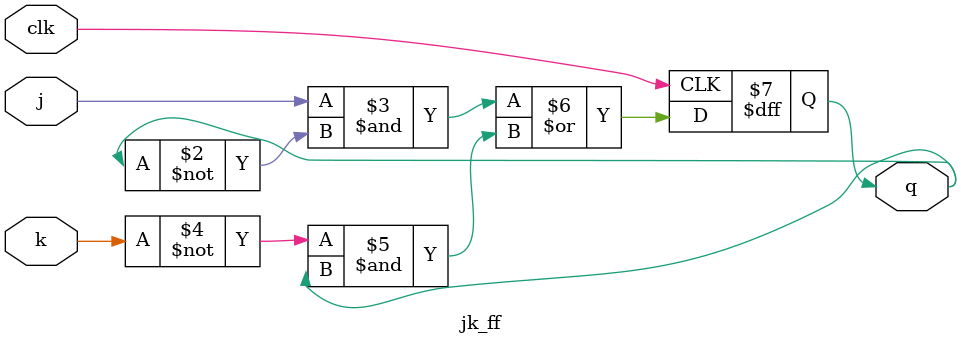
<source format=v>
module d_ff (
    input clk, d,
    output reg q
  );

  always @(posedge clk) begin
    q <= d;
  end

endmodule // d_ff


module t_ff (
    input clk, t,
    output reg q
  );

  always @(posedge clk) begin
    q <= t ^ q;
  end

endmodule // t_ff


module jk_ff (
    input clk, j, k,
    output reg q
  );

  always @(posedge clk) begin
    q <= (j & ~q) | (~k & q);
  end

endmodule // jk_ff

</source>
